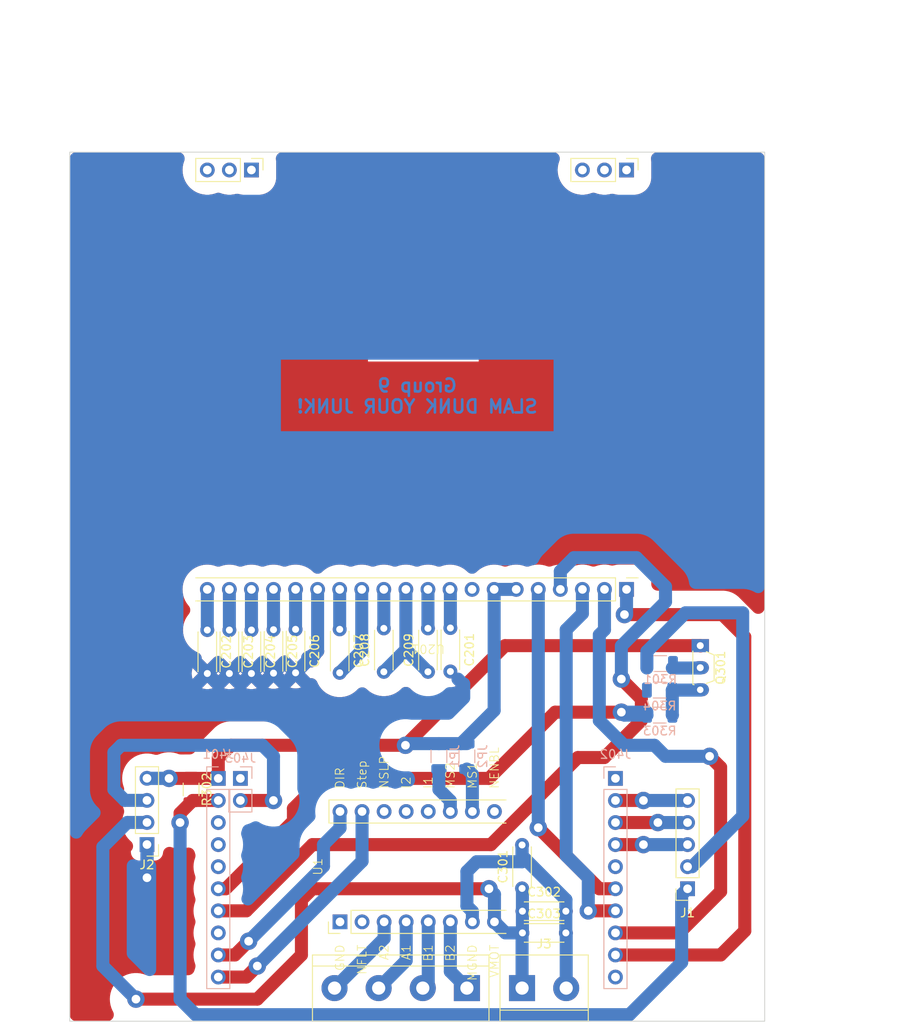
<source format=kicad_pcb>
(kicad_pcb (version 20240108) (generator "pcbnew") (generator_version "8.0")
  (title_block (title "EE318 - MSP430 PCB") (date "2024-04-30") (rev "V1") (company "Group 9"))
  (layers (0 "F.Cu" signal) (31 "B.Cu" signal) (44 "Edge.Cuts" user))
  (net 0 "")
  (net 4 "Net-(U201-V0)")
  (net 5 "Net-(U201-V1)")
  (net 6 "Net-(U201-V2)")
  (net 7 "Net-(U201-V3)")
  (net 8 "Net-(U201-V4)")
  (net 9 "GND")
  (net 10 "Net-(U201-CAP2N)")
  (net 11 "Net-(U201-CAP2P)")
  (net 12 "Net-(U201-CAP1P)")
  (net 13 "Net-(U201-CAP1N)")
  (net 14 "Net-(U201-CAP3P)")
  (net 15 "Net-(U201-VOUT)")
  (net 16 "+3V3")
  (net 17 "/Display/DISPLAY.SDI")
  (net 18 "/Display/DISPLAY.SCL")
  (net 19 "/Display/DISPLAY.A0")
  (net 20 "/Display/DISPLAY.NRST")
  (net 21 "/Display/DISPLAY.NCS")
  (net 22 "Net-(J304-Pin_4)")
  (net 23 "Net-(J304-Pin_3)")
  (net 24 "Net-(J304-Pin_2)")
  (net 25 "Net-(J304-Pin_1)")
  (net 26 "+12V")
  (net 27 "/MCU/Driver.STEP")
  (net 28 "/MCU/Driver.DIR")
  (net 29 "/Sensors + Motor/Inductive_12V")
  (net 30 "/MCU/Ultrasonic.Echo")
  (net 31 "/MCU/Ultrasonic.Trigg")
  (net 32 "/MCU/LDR_Analog")
  (net 35 "/MCU/Ind_Analog")
  (net 36 "/MCU/NRST")
  (net 37 "Net-(Q301-B)")
  (net 38 "Net-(Q301-E)")
  (net 39 "+5V")
  (net 40 "/MCU/P1.6{slash}I_O!")
  (net 41 "/MCU/P1.5{slash}I_O!")
  (net 42 "Net-(JP1-A)")
  (net 43 "Net-(JP2-A)")
  (net 46 "Net-(U1-I2)")
  (net 47 "/MCU/P2.7{slash}I_O!")
  (net 48 "/MCU/P2.5{slash}I_O!")
  (net 49 "/Sensors + Motor/MGND")
  (footprint "Connector_PinHeader_2.54mm:PinHeader_1x04_P2.54mm_Vertical" (layer "F.Cu") (at 111.225 116.81 180)
    (property "Reference" "J2" (at 0 -2.33 180) (layer "F.SilkS"))
    (property "Value" "DIST_Power")
    (pad "1" thru_hole rect (at 0 0 180) (size 1.7 1.7) (drill 1) (layers "*.Cu" "*.Mask") (net 9 "GND"))
    (pad "2" thru_hole oval (at 0 2.54 180) (size 1.7 1.7) (drill 1) (layers "*.Cu" "*.Mask") (net 26 "+12V"))
    (pad "3" thru_hole oval (at 0 5.08 180) (size 1.7 1.7) (drill 1) (layers "*.Cu" "*.Mask") (net 39 "+5V"))
    (pad "4" thru_hole oval (at 0 7.62 180) (size 1.7 1.7) (drill 1) (layers "*.Cu" "*.Mask") (net 16 "+3V3"))
  )
  (footprint "Capacitor_THT:C_Disc_D4.3mm_W1.9mm_P5.00mm" (layer "F.Cu") (at 154.445 124.48)
    (property "Reference" "C302" (at 2.5 -2.2 0) (layer "F.SilkS"))
    (property "Value" "100uF")
    (pad "1" thru_hole circle (at 0 0) (size 1.6 1.6) (drill 0.8) (layers "*.Cu" "*.Mask") (net 26 "+12V"))
    (pad "2" thru_hole circle (at 5 0) (size 1.6 1.6) (drill 0.8) (layers "*.Cu" "*.Mask") (net 49 "/Sensors + Motor/MGND"))
  )
  (footprint "Capacitor_THT:C_Disc_D4.3mm_W1.9mm_P5.00mm" (layer "F.Cu") (at 125.79 92.09 -90)
    (property "Reference" "C205" (at 2.5 -2.2 90) (layer "F.SilkS"))
    (property "Value" "1uF")
    (pad "1" thru_hole circle (at 0 0 270) (size 1.6 1.6) (drill 0.8) (layers "*.Cu" "*.Mask") (net 7 "Net-(U201-V3)"))
    (pad "2" thru_hole circle (at 5 0 270) (size 1.6 1.6) (drill 0.8) (layers "*.Cu" "*.Mask") (net 9 "GND"))
  )
  (footprint "Capacitor_THT:C_Disc_D4.3mm_W1.9mm_P5.00mm" (layer "F.Cu") (at 138.49 96.9375 90)
    (property "Reference" "C208" (at 2.5 -2.2 -90) (layer "F.SilkS"))
    (property "Value" "1uF")
    (pad "1" thru_hole circle (at 0 0 90) (size 1.6 1.6) (drill 0.8) (layers "*.Cu" "*.Mask") (net 13 "Net-(U201-CAP1N)"))
    (pad "2" thru_hole circle (at 5 0 90) (size 1.6 1.6) (drill 0.8) (layers "*.Cu" "*.Mask") (net 12 "Net-(U201-CAP1P)"))
  )
  (footprint "Capacitor_THT:C_Disc_D4.3mm_W1.9mm_P5.00mm" (layer "F.Cu") (at 120.71 92.13 -90)
    (property "Reference" "C203" (at 2.5 -2.2 90) (layer "F.SilkS"))
    (property "Value" "1uF")
    (pad "1" thru_hole circle (at 0 0 270) (size 1.6 1.6) (drill 0.8) (layers "*.Cu" "*.Mask") (net 5 "Net-(U201-V1)"))
    (pad "2" thru_hole circle (at 5 0 270) (size 1.6 1.6) (drill 0.8) (layers "*.Cu" "*.Mask") (net 9 "GND"))
  )
  (footprint "Connector_PinSocket_2.54mm:PinSocket_1x05_P2.54mm_Vertical" (layer "F.Cu") (at 173.455 121.9 180)
    (property "Reference" "J1" (at 0 -2.77 180) (layer "F.SilkS"))
    (property "Value" "DIST_MCU")
    (pad "1" thru_hole rect (at 0 0 180) (size 1.7 1.7) (drill 1) (layers "*.Cu" "*.Mask") (net 32 "/MCU/LDR_Analog"))
    (pad "2" thru_hole oval (at 0 2.54 180) (size 1.7 1.7) (drill 1) (layers "*.Cu" "*.Mask") (net 29 "/Sensors + Motor/Inductive_12V"))
    (pad "3" thru_hole oval (at 0 5.08 180) (size 1.7 1.7) (drill 1) (layers "*.Cu" "*.Mask") (net 30 "/MCU/Ultrasonic.Echo"))
    (pad "4" thru_hole oval (at 0 7.62 180) (size 1.7 1.7) (drill 1) (layers "*.Cu" "*.Mask") (net 40 "/MCU/P1.6{slash}I_O!"))
    (pad "5" thru_hole oval (at 0 10.16 180) (size 1.7 1.7) (drill 1) (layers "*.Cu" "*.Mask") (net 31 "/MCU/Ultrasonic.Trigg"))
  )
  (footprint "318_Footprint_Library:EA_DOGL128-6" (layer "F.Cu") (at 142.3 93.8025 180)
    (property "Reference" "U201" (at -1.27 -0.5 180) (layer "F.SilkS") (effects (font (thickness 0.1))))
    (property "Value" "~")
    (pad "1" thru_hole rect (at -24.13 54.61 270) (size 1.7 1.7) (drill 1) (layers "*.Cu" "*.Mask"))
    (pad "2" thru_hole oval (at -21.59 54.61 270) (size 1.7 1.7) (drill 1) (layers "*.Cu" "*.Mask"))
    (pad "3" thru_hole oval (at -19.05 54.61 270) (size 1.7 1.7) (drill 1) (layers "*.Cu" "*.Mask"))
    (pad "18" thru_hole rect (at 19.05 54.61 270) (size 1.7 1.7) (drill 1) (layers "*.Cu" "*.Mask"))
    (pad "19" thru_hole oval (at 21.59 54.61 270) (size 1.7 1.7) (drill 1) (layers "*.Cu" "*.Mask"))
    (pad "20" thru_hole oval (at 24.13 54.61 270) (size 1.7 1.7) (drill 1) (layers "*.Cu" "*.Mask"))
    (pad "21" thru_hole oval (at 24.13 6.35 270) (size 1.7 1.7) (drill 1) (layers "*.Cu" "*.Mask") (net 4 "Net-(U201-V0)"))
    (pad "22" thru_hole oval (at 21.59 6.35 270) (size 1.7 1.7) (drill 1) (layers "*.Cu" "*.Mask") (net 5 "Net-(U201-V1)"))
    (pad "23" thru_hole oval (at 19.05 6.35 270) (size 1.7 1.7) (drill 1) (layers "*.Cu" "*.Mask") (net 6 "Net-(U201-V2)"))
    (pad "24" thru_hole oval (at 16.51 6.35 270) (size 1.7 1.7) (drill 1) (layers "*.Cu" "*.Mask") (net 7 "Net-(U201-V3)"))
    (pad "25" thru_hole oval (at 13.97 6.35 270) (size 1.7 1.7) (drill 1) (layers "*.Cu" "*.Mask") (net 8 "Net-(U201-V4)"))
    (pad "26" thru_hole oval (at 11.43 6.35 270) (size 1.7 1.7) (drill 1) (layers "*.Cu" "*.Mask") (net 9 "GND"))
    (pad "27" thru_hole oval (at 8.89 6.35 270) (size 1.7 1.7) (drill 1) (layers "*.Cu" "*.Mask") (net 10 "Net-(U201-CAP2N)"))
    (pad "28" thru_hole oval (at 6.35 6.35 270) (size 1.7 1.7) (drill 1) (layers "*.Cu" "*.Mask") (net 11 "Net-(U201-CAP2P)"))
    (pad "29" thru_hole oval (at 3.81 6.35 270) (size 1.7 1.7) (drill 1) (layers "*.Cu" "*.Mask") (net 12 "Net-(U201-CAP1P)"))
    (pad "30" thru_hole oval (at 1.27 6.35 270) (size 1.7 1.7) (drill 1) (layers "*.Cu" "*.Mask") (net 13 "Net-(U201-CAP1N)"))
    (pad "31" thru_hole oval (at -1.27 6.35 270) (size 1.7 1.7) (drill 1) (layers "*.Cu" "*.Mask") (net 14 "Net-(U201-CAP3P)"))
    (pad "32" thru_hole oval (at -3.81 6.35 270) (size 1.7 1.7) (drill 1) (layers "*.Cu" "*.Mask") (net 15 "Net-(U201-VOUT)"))
    (pad "33" thru_hole oval (at -6.35 6.35 270) (size 1.7 1.7) (drill 1) (layers "*.Cu" "*.Mask") (net 9 "GND"))
    (pad "34" thru_hole oval (at -8.89 6.35 270) (size 1.7 1.7) (drill 1) (layers "*.Cu" "*.Mask") (net 16 "+3V3"))
    (pad "35" thru_hole oval (at -11.43 6.35 270) (size 1.7 1.7) (drill 1) (layers "*.Cu" "*.Mask") (net 16 "+3V3"))
    (pad "36" thru_hole oval (at -13.97 6.35 270) (size 1.7 1.7) (drill 1) (layers "*.Cu" "*.Mask") (net 17 "/Display/DISPLAY.SDI"))
    (pad "37" thru_hole oval (at -16.51 6.35 270) (size 1.7 1.7) (drill 1) (layers "*.Cu" "*.Mask") (net 18 "/Display/DISPLAY.SCL"))
    (pad "38" thru_hole oval (at -19.05 6.35 270) (size 1.7 1.7) (drill 1) (layers "*.Cu" "*.Mask") (net 19 "/Display/DISPLAY.A0"))
    (pad "39" thru_hole oval (at -21.59 6.35 270) (size 1.7 1.7) (drill 1) (layers "*.Cu" "*.Mask") (net 20 "/Display/DISPLAY.NRST"))
    (pad "40" thru_hole rect (at -24.13 6.35 270) (size 1.7 1.7) (drill 1) (layers "*.Cu" "*.Mask") (net 21 "/Display/DISPLAY.NCS"))
  )
  (footprint "Capacitor_THT:C_Disc_D4.3mm_W1.9mm_P5.00mm" (layer "F.Cu") (at 154.405 121.86 90)
    (property "Reference" "C301" (at 2.5 -2.2 -90) (layer "F.SilkS"))
    (property "Value" "1uF")
    (pad "1" thru_hole circle (at 0 0 90) (size 1.6 1.6) (drill 0.8) (layers "*.Cu" "*.Mask") (net 26 "+12V"))
    (pad "2" thru_hole circle (at 5 0 90) (size 1.6 1.6) (drill 0.8) (layers "*.Cu" "*.Mask") (net 49 "/Sensors + Motor/MGND"))
  )
  (footprint "Capacitor_THT:C_Disc_D4.3mm_W1.9mm_P5.00mm" (layer "F.Cu") (at 143.57 96.9375 90)
    (property "Reference" "C209" (at 2.5 -2.2 -90) (layer "F.SilkS"))
    (property "Value" "1uF")
    (pad "1" thru_hole circle (at 0 0 90) (size 1.6 1.6) (drill 0.8) (layers "*.Cu" "*.Mask") (net 13 "Net-(U201-CAP1N)"))
    (pad "2" thru_hole circle (at 5 0 90) (size 1.6 1.6) (drill 0.8) (layers "*.Cu" "*.Mask") (net 14 "Net-(U201-CAP3P)"))
  )
  (footprint "Capacitor_THT:C_Disc_D4.3mm_W1.9mm_P5.00mm" (layer "F.Cu") (at 118.17 92.13 -90)
    (property "Reference" "C202" (at 2.5 -2.2 90) (layer "F.SilkS"))
    (property "Value" "1uF")
    (pad "1" thru_hole circle (at 0 0 270) (size 1.6 1.6) (drill 0.8) (layers "*.Cu" "*.Mask") (net 4 "Net-(U201-V0)"))
    (pad "2" thru_hole circle (at 5 0 270) (size 1.6 1.6) (drill 0.8) (layers "*.Cu" "*.Mask") (net 9 "GND"))
  )
  (footprint "Capacitor_THT:C_Disc_D4.3mm_W1.9mm_P5.00mm" (layer "F.Cu") (at 133.41 92.05 -90)
    (property "Reference" "C207" (at 2.5 -2.2 90) (layer "F.SilkS"))
    (property "Value" "1uF")
    (pad "1" thru_hole circle (at 0 0 270) (size 1.6 1.6) (drill 0.8) (layers "*.Cu" "*.Mask") (net 10 "Net-(U201-CAP2N)"))
    (pad "2" thru_hole circle (at 5 0 270) (size 1.6 1.6) (drill 0.8) (layers "*.Cu" "*.Mask") (net 11 "Net-(U201-CAP2P)"))
  )
  (footprint "Capacitor_THT:C_Disc_D4.3mm_W1.9mm_P5.00mm" (layer "F.Cu") (at 154.445 126.98)
    (property "Reference" "C303" (at 2.5 -2.2 0) (layer "F.SilkS"))
    (property "Value" "100nF")
    (pad "1" thru_hole circle (at 0 0) (size 1.6 1.6) (drill 0.8) (layers "*.Cu" "*.Mask") (net 26 "+12V"))
    (pad "2" thru_hole circle (at 5 0) (size 1.6 1.6) (drill 0.8) (layers "*.Cu" "*.Mask") (net 49 "/Sensors + Motor/MGND"))
  )
  (footprint "Capacitor_THT:C_Disc_D4.3mm_W1.9mm_P5.00mm" (layer "F.Cu") (at 123.25 92.13 -90)
    (property "Reference" "C204" (at 2.5 -2.2 90) (layer "F.SilkS"))
    (property "Value" "1uF")
    (pad "1" thru_hole circle (at 0 0 270) (size 1.6 1.6) (drill 0.8) (layers "*.Cu" "*.Mask") (net 6 "Net-(U201-V2)"))
    (pad "2" thru_hole circle (at 5 0 270) (size 1.6 1.6) (drill 0.8) (layers "*.Cu" "*.Mask") (net 9 "GND"))
  )
  (footprint "Package_TO_SOT_THT:TO-92S_Wide" (layer "F.Cu") (at 174.915 93.925 -90)
    (property "Reference" "Q301" (at 2.54 -2.35 90) (layer "F.SilkS"))
    (property "Value" "NPN")
    (pad "1" thru_hole rect (at 0 0 270) (size 1.5 2) (drill 0.8) (layers "*.Cu" "*.Mask") (net 16 "+3V3"))
    (pad "2" thru_hole oval (at 2.54 0 270) (size 1.5 2) (drill 0.8) (layers "*.Cu" "*.Mask") (net 37 "Net-(Q301-B)"))
    (pad "3" thru_hole oval (at 5.08 0 270) (size 1.5 2) (drill 0.75) (layers "*.Cu" "*.Mask") (net 38 "Net-(Q301-E)"))
  )
  (footprint "318_Footprint_Library:MP6500" (layer "F.Cu") (at 132.175 126.98 90)
    (property "Reference" "U1" (at 7.62 -1.27 90) (layer "F.SilkS") (effects (font (thickness 0.1))))
    (property "Value" "~")
    (fp_text user "MS2" (at 16.51 13.97 90) (layer "F.SilkS") (effects (font (thickness 0.1)) (justify left)))
    (fp_text user "B2" (at -1.27 13.97 90) (layer "F.SilkS") (effects (font (thickness 0.1)) (justify right)))
    (fp_text user "VMOT" (at -1.27 19.05 90) (layer "F.SilkS") (effects (font (thickness 0.1)) (justify right)))
    (fp_text user "A1" (at -1.27 8.89 90) (layer "F.SilkS") (effects (font (thickness 0.1)) (justify right)))
    (fp_text user "NSLP" (at 16.51 6.35 90) (layer "F.SilkS") (effects (font (thickness 0.1)) (justify left)))
    (fp_text user "B1" (at -1.27 11.43 90) (layer "F.SilkS") (effects (font (thickness 0.1)) (justify right)))
    (fp_text user "I2" (at 16.51 8.89 90) (layer "F.SilkS") (effects (font (thickness 0.1)) (justify left)))
    (fp_text user "I1" (at 16.51 11.43 90) (layer "F.SilkS") (effects (font (thickness 0.1)) (justify left)))
    (fp_text user "MS1" (at 16.51 16.51 90) (layer "F.SilkS") (effects (font (thickness 0.1)) (justify left)))
    (fp_text user "NENBL" (at 16.51 19.05 90) (layer "F.SilkS") (effects (font (thickness 0.1)) (justify left)))
    (fp_text user "DIR" (at 16.51 1.27 90) (layer "F.SilkS") (effects (font (thickness 0.1)) (justify left)))
    (fp_text user "Step" (at 16.51 3.81 90) (layer "F.SilkS") (effects (font (thickness 0.1)) (justify left)))
    (fp_text user "GND" (at -1.27 1.27 90) (layer "F.SilkS") (effects (font (thickness 0.1)) (justify right)))
    (fp_text user "A2" (at -1.27 6.35 90) (layer "F.SilkS") (effects (font (thickness 0.1)) (justify right)))
    (fp_text user "MGND" (at -1.27 16.51 90) (layer "F.SilkS") (effects (font (thickness 0.1)) (justify right)))
    (fp_text user "NFLT" (at -1.27 3.81 90) (layer "F.SilkS") (effects (font (thickness 0.1)) (justify right)))
    (pad "1" thru_hole rect (at 1.27 1.27 90) (size 1.7 1.7) (drill 1) (layers "*.Cu" "*.Mask") (net 9 "GND"))
    (pad "2" thru_hole oval (at 1.27 3.81 90) (size 1.7 1.7) (drill 1) (layers "*.Cu" "*.Mask") (net 16 "+3V3"))
    (pad "3" thru_hole oval (at 1.27 6.35 90) (size 1.7 1.7) (drill 1) (layers "*.Cu" "*.Mask") (net 22 "Net-(J304-Pin_4)"))
    (pad "4" thru_hole oval (at 1.27 8.89 90) (size 1.7 1.7) (drill 1) (layers "*.Cu" "*.Mask") (net 23 "Net-(J304-Pin_3)"))
    (pad "5" thru_hole oval (at 1.27 11.43 90) (size 1.7 1.7) (drill 1) (layers "*.Cu" "*.Mask") (net 24 "Net-(J304-Pin_2)"))
    (pad "6" thru_hole oval (at 1.27 13.97 90) (size 1.7 1.7) (drill 1) (layers "*.Cu" "*.Mask") (net 25 "Net-(J304-Pin_1)"))
    (pad "7" thru_hole oval (at 1.27 16.51 90) (size 1.7 1.7) (drill 1) (layers "*.Cu" "*.Mask") (net 49 "/Sensors + Motor/MGND"))
    (pad "8" thru_hole oval (at 1.27 19.05 90) (size 1.7 1.7) (drill 1) (layers "*.Cu" "*.Mask") (net 26 "+12V"))
    (pad "9" thru_hole oval (at 13.97 19.05 90) (size 1.7 1.7) (drill 1) (layers "*.Cu" "*.Mask"))
    (pad "10" thru_hole oval (at 13.97 16.51 90) (size 1.7 1.7) (drill 1) (layers "*.Cu" "*.Mask") (net 43 "Net-(JP2-A)"))
    (pad "11" thru_hole oval (at 13.97 13.97 90) (size 1.7 1.7) (drill 1) (layers "*.Cu" "*.Mask") (net 42 "Net-(JP1-A)"))
    (pad "12" thru_hole oval (at 13.97 11.43 90) (size 1.7 1.7) (drill 1) (layers "*.Cu" "*.Mask"))
    (pad "13" thru_hole oval (at 13.97 8.89 90) (size 1.7 1.7) (drill 1) (layers "*.Cu" "*.Mask") (net 46 "Net-(U1-I2)"))
    (pad "14" thru_hole oval (at 13.97 6.35 90) (size 1.7 1.7) (drill 1) (layers "*.Cu" "*.Mask") (net 46 "Net-(U1-I2)"))
    (pad "15" thru_hole oval (at 13.97 3.81 90) (size 1.7 1.7) (drill 1) (layers "*.Cu" "*.Mask") (net 27 "/MCU/Driver.STEP"))
    (pad "16" thru_hole oval (at 13.97 1.27 90) (size 1.7 1.7) (drill 1) (layers "*.Cu" "*.Mask") (net 28 "/MCU/Driver.DIR"))
  )
  (footprint "Capacitor_THT:C_Disc_D4.3mm_W1.9mm_P5.00mm" (layer "F.Cu") (at 128.33 92.05 -90)
    (property "Reference" "C206" (at 2.5 -2.2 90) (layer "F.SilkS"))
    (property "Value" "1uF")
    (pad "1" thru_hole circle (at 0 0 270) (size 1.6 1.6) (drill 0.8) (layers "*.Cu" "*.Mask") (net 8 "Net-(U201-V4)"))
    (pad "2" thru_hole circle (at 5 0 270) (size 1.6 1.6) (drill 0.8) (layers "*.Cu" "*.Mask") (net 9 "GND"))
  )
  (footprint "TerminalBlock:TerminalBlock_bornier-2_P5.08mm" (layer "F.Cu") (at 154.405 133.33)
    (property "Reference" "J3" (at 2.54 -5.08 0) (layer "F.SilkS"))
    (property "Value" "12V")
    (pad "1" thru_hole rect (at 0 0) (size 3 3) (drill 1.52) (layers "*.Cu" "*.Mask") (net 26 "+12V"))
    (pad "2" thru_hole circle (at 5.08 0) (size 3 3) (drill 1.52) (layers "*.Cu" "*.Mask") (net 49 "/Sensors + Motor/MGND"))
  )
  (footprint "Resistor_SMD:R_1206_3216Metric" (layer "F.Cu") (at 116.305 110.47 -90)
    (property "Reference" "R302" (at 0 -1.82 90) (layer "F.SilkS"))
    (property "Value" "R")
    (pad "1" smd roundrect (at -1.4625 0 270) (size 1.125 1.75) (layers "F.Cu" "F.Paste" "F.Mask") (roundrect_rratio 0.222222) (net 16 "+3V3"))
    (pad "2" smd roundrect (at 1.4625 0 270) (size 1.125 1.75) (layers "F.Cu" "F.Paste" "F.Mask") (roundrect_rratio 0.222222) (net 32 "/MCU/LDR_Analog"))
  )
  (footprint "TerminalBlock:TerminalBlock_bornier-4_P5.08mm" (layer "F.Cu") (at 148.055 133.33 180)
    (property "Reference" "J304" (at 7.6 -4.8 180) (layer "F.SilkS"))
    (property "Value" "STEPPER")
    (pad "1" thru_hole rect (at 0 0 180) (size 3 3) (drill 1.52) (layers "*.Cu" "*.Mask") (net 25 "Net-(J304-Pin_1)"))
    (pad "2" thru_hole circle (at 5.08 0 180) (size 3 3) (drill 1.52) (layers "*.Cu" "*.Mask") (net 24 "Net-(J304-Pin_2)"))
    (pad "3" thru_hole circle (at 10.16 0 180) (size 3 3) (drill 1.52) (layers "*.Cu" "*.Mask") (net 23 "Net-(J304-Pin_3)"))
    (pad "4" thru_hole circle (at 15.24 0 180) (size 3 3) (drill 1.52) (layers "*.Cu" "*.Mask") (net 22 "Net-(J304-Pin_4)"))
  )
  (footprint "Capacitor_THT:C_Disc_D4.3mm_W1.9mm_P5.00mm" (layer "F.Cu") (at 146.15 91.8975 -90)
    (property "Reference" "C201" (at 2.5 -2.2 90) (layer "F.SilkS"))
    (property "Value" "1uF")
    (pad "1" thru_hole circle (at 0 0 270) (size 1.6 1.6) (drill 0.8) (layers "*.Cu" "*.Mask") (net 15 "Net-(U201-VOUT)"))
    (pad "2" thru_hole circle (at 5 0 270) (size 1.6 1.6) (drill 0.8) (layers "*.Cu" "*.Mask") (net 9 "GND"))
  )
  (footprint "Resistor_SMD:R_1206_3216Metric" (layer "B.Cu") (at 170.252099 101.918514)
    (property "Reference" "R303" (at 0 1.82 0) (layer "B.SilkS") (effects (justify mirror)))
    (property "Value" "10k")
    (pad "1" smd roundrect (at -1.4625 0) (size 1.125 1.75) (layers "B.Cu" "B.Paste" "B.Mask") (roundrect_rratio 0.222222) (net 35 "/MCU/Ind_Analog"))
    (pad "2" smd roundrect (at 1.4625 0) (size 1.125 1.75) (layers "B.Cu" "B.Paste" "B.Mask") (roundrect_rratio 0.222222) (net 38 "Net-(Q301-E)"))
  )
  (footprint "Connector_PinSocket_2.54mm:PinSocket_1x10_P2.54mm_Vertical" (layer "B.Cu") (at 165.155 109.2 180)
    (property "Reference" "J402" (at 0 2.77 0) (layer "B.SilkS") (effects (justify mirror)))
    (property "Value" "Conn_01x10")
    (pad "1" thru_hole rect (at 0 0 180) (size 1.7 1.7) (drill 1) (layers "*.Cu" "*.Mask") (net 9 "GND"))
    (pad "2" thru_hole oval (at 0 -2.54 180) (size 1.7 1.7) (drill 1) (layers "*.Cu" "*.Mask") (net 31 "/MCU/Ultrasonic.Trigg"))
    (pad "3" thru_hole oval (at 0 -5.08 180) (size 1.7 1.7) (drill 1) (layers "*.Cu" "*.Mask") (net 40 "/MCU/P1.6{slash}I_O!"))
    (pad "4" thru_hole oval (at 0 -7.62 180) (size 1.7 1.7) (drill 1) (layers "*.Cu" "*.Mask") (net 30 "/MCU/Ultrasonic.Echo"))
    (pad "5" thru_hole oval (at 0 -10.16 180) (size 1.7 1.7) (drill 1) (layers "*.Cu" "*.Mask") (net 36 "/MCU/NRST"))
    (pad "6" thru_hole oval (at 0 -12.7 180) (size 1.7 1.7) (drill 1) (layers "*.Cu" "*.Mask") (net 17 "/Display/DISPLAY.SDI"))
    (pad "7" thru_hole oval (at 0 -15.24 180) (size 1.7 1.7) (drill 1) (layers "*.Cu" "*.Mask") (net 19 "/Display/DISPLAY.A0"))
    (pad "8" thru_hole oval (at 0 -17.78 180) (size 1.7 1.7) (drill 1) (layers "*.Cu" "*.Mask") (net 20 "/Display/DISPLAY.NRST"))
    (pad "9" thru_hole oval (at 0 -20.32 180) (size 1.7 1.7) (drill 1) (layers "*.Cu" "*.Mask") (net 21 "/Display/DISPLAY.NCS"))
    (pad "10" thru_hole oval (at 0 -22.86 180) (size 1.7 1.7) (drill 1) (layers "*.Cu" "*.Mask") (net 41 "/MCU/P1.5{slash}I_O!"))
  )
  (footprint "Resistor_SMD:R_1206_3216Metric" (layer "B.Cu") (at 144.835 106.66 90)
    (property "Reference" "JP1" (at 0 1.82 -90) (layer "B.SilkS") (effects (justify mirror)))
    (property "Value" "Jumper_2_Open")
    (pad "1" smd roundrect (at -1.4625 0 90) (size 1.125 1.75) (layers "B.Cu" "B.Paste" "B.Mask") (roundrect_rratio 0.222222) (net 42 "Net-(JP1-A)"))
    (pad "2" smd roundrect (at 1.4625 0 90) (size 1.125 1.75) (layers "B.Cu" "B.Paste" "B.Mask") (roundrect_rratio 0.222222) (net 16 "+3V3"))
  )
  (footprint "Connector_PinSocket_2.54mm:PinSocket_1x10_P2.54mm_Vertical" (layer "B.Cu") (at 119.435 109.2 180)
    (property "Reference" "J401" (at 0 2.77 0) (layer "B.SilkS") (effects (justify mirror)))
    (property "Value" "Conn_01x10")
    (pad "1" thru_hole rect (at 0 0 180) (size 1.7 1.7) (drill 1) (layers "*.Cu" "*.Mask") (net 16 "+3V3"))
    (pad "2" thru_hole oval (at 0 -2.54 180) (size 1.7 1.7) (drill 1) (layers "*.Cu" "*.Mask") (net 32 "/MCU/LDR_Analog"))
    (pad "3" thru_hole oval (at 0 -5.08 180) (size 1.7 1.7) (drill 1) (layers "*.Cu" "*.Mask"))
    (pad "4" thru_hole oval (at 0 -7.62 180) (size 1.7 1.7) (drill 1) (layers "*.Cu" "*.Mask"))
    (pad "5" thru_hole oval (at 0 -10.16 180) (size 1.7 1.7) (drill 1) (layers "*.Cu" "*.Mask") (net 47 "/MCU/P2.7{slash}I_O!"))
    (pad "6" thru_hole oval (at 0 -12.7 180) (size 1.7 1.7) (drill 1) (layers "*.Cu" "*.Mask") (net 35 "/MCU/Ind_Analog"))
    (pad "7" thru_hole oval (at 0 -15.24 180) (size 1.7 1.7) (drill 1) (layers "*.Cu" "*.Mask") (net 18 "/Display/DISPLAY.SCL"))
    (pad "8" thru_hole oval (at 0 -17.78 180) (size 1.7 1.7) (drill 1) (layers "*.Cu" "*.Mask") (net 48 "/MCU/P2.5{slash}I_O!"))
    (pad "9" thru_hole oval (at 0 -20.32 180) (size 1.7 1.7) (drill 1) (layers "*.Cu" "*.Mask") (net 28 "/MCU/Driver.DIR"))
    (pad "10" thru_hole oval (at 0 -22.86 180) (size 1.7 1.7) (drill 1) (layers "*.Cu" "*.Mask") (net 27 "/MCU/Driver.STEP"))
  )
  (footprint "Resistor_SMD:R_1206_3216Metric" (layer "B.Cu") (at 148.055 106.66 90)
    (property "Reference" "JP2" (at 0 1.82 -90) (layer "B.SilkS") (effects (justify mirror)))
    (property "Value" "Jumper_2_Open")
    (pad "1" smd roundrect (at -1.4625 0 90) (size 1.125 1.75) (layers "B.Cu" "B.Paste" "B.Mask") (roundrect_rratio 0.222222) (net 43 "Net-(JP2-A)"))
    (pad "2" smd roundrect (at 1.4625 0 90) (size 1.125 1.75) (layers "B.Cu" "B.Paste" "B.Mask") (roundrect_rratio 0.222222) (net 16 "+3V3"))
  )
  (footprint "Resistor_SMD:R_1206_3216Metric" (layer "B.Cu") (at 170.235 99.04)
    (property "Reference" "R304" (at 0 1.82 0) (layer "B.SilkS") (effects (justify mirror)))
    (property "Value" "10k")
    (pad "1" smd roundrect (at -1.4625 0) (size 1.125 1.75) (layers "B.Cu" "B.Paste" "B.Mask") (roundrect_rratio 0.222222) (net 9 "GND"))
    (pad "2" smd roundrect (at 1.4625 0) (size 1.125 1.75) (layers "B.Cu" "B.Paste" "B.Mask") (roundrect_rratio 0.222222) (net 38 "Net-(Q301-E)"))
  )
  (footprint "Resistor_SMD:R_1206_3216Metric" (layer "B.Cu") (at 170.312809 95.989174)
    (property "Reference" "R301" (at 0 1.82 0) (layer "B.SilkS") (effects (justify mirror)))
    (property "Value" "100k")
    (pad "1" smd roundrect (at -1.4625 0) (size 1.125 1.75) (layers "B.Cu" "B.Paste" "B.Mask") (roundrect_rratio 0.222222) (net 29 "/Sensors + Motor/Inductive_12V"))
    (pad "2" smd roundrect (at 1.4625 0) (size 1.125 1.75) (layers "B.Cu" "B.Paste" "B.Mask") (roundrect_rratio 0.222222) (net 37 "Net-(Q301-B)"))
  )
  (footprint "Connector_PinHeader_2.54mm:PinHeader_1x02_P2.54mm_Vertical" (layer "B.Cu") (at 121.975 109.2 180)
    (property "Reference" "J403" (at 0 2.33 0) (layer "B.SilkS") (effects (justify mirror)))
    (property "Value" "Conn_01x02")
    (pad "1" thru_hole rect (at 0 0 180) (size 1.7 1.7) (drill 1) (layers "*.Cu" "*.Mask") (net 9 "GND"))
    (pad "2" thru_hole oval (at 0 -2.54 180) (size 1.7 1.7) (drill 1) (layers "*.Cu" "*.Mask") (net 39 "+5V"))
  )
  (gr_rect (start 102.335 37.14) (end 182.335 137.14) (stroke (width 0.1)) (fill none) (layer "Edge.Cuts"))
  (gr_text "DISPLAY\n" (at 142.93 58.4 0) (layer "F.Cu") (effects (font (size 1.5 1.5) (thickness 0.3) (bold yes))))
  (gr_text "Group 9\nSLAM DUNK YOUR JUNK!" (at 142.335 67.29 0) (layer "B.Cu") (effects (font (size 1.5 1.5) (thickness 0.3) (bold yes)) (justify bottom mirror)))
  (segment (start 118.17 92.13) (end 118.17 87.4525) (width 1.5) (layer "B.Cu") (net 4))
  (segment (start 120.71 92.13) (end 120.71 87.4525) (width 1.5) (layer "B.Cu") (net 5))
  (segment (start 123.25 92.13) (end 123.25 87.4525) (width 1.5) (layer "B.Cu") (net 6))
  (segment (start 125.79 92.09) (end 125.79 87.4525) (width 1.5) (layer "B.Cu") (net 7))
  (segment (start 128.33 92.05) (end 128.33 87.4525) (width 1.5) (layer "B.Cu") (net 8))
  (via (at 111.225 120.63) (size 2) (drill 1) (layers "F.Cu" "B.Cu") (net 9))
  (segment (start 111.225 116.81) (end 111.225 120.63) (width 1.5) (layer "B.Cu") (net 9))
  (segment (start 128.33 97.05) (end 130.87 94.51) (width 1.5) (layer "B.Cu") (net 9))
  (segment (start 130.87 94.51) (end 130.87 87.4525) (width 1.5) (layer "B.Cu") (net 9))
  (segment (start 133.41 92.05) (end 133.41 87.4525) (width 1.5) (layer "B.Cu") (net 10))
  (segment (start 135.95 94.51) (end 135.95 87.4525) (width 1.5) (layer "B.Cu") (net 11))
  (segment (start 133.41 97.05) (end 135.95 94.51) (width 1.5) (layer "B.Cu") (net 11))
  (segment (start 138.49 91.9375) (end 138.49 87.4525) (width 1.5) (layer "B.Cu") (net 12))
  (segment (start 138.49 96.9375) (end 141.03 94.3975) (width 1.5) (layer "B.Cu") (net 13))
  (segment (start 143.57 96.9375) (end 141.03 94.3975) (width 1.5) (layer "B.Cu") (net 13))
  (segment (start 141.03 94.3975) (end 141.03 87.4525) (width 1.5) (layer "B.Cu") (net 13))
  (segment (start 143.57 91.9375) (end 143.57 87.4525) (width 1.5) (layer "B.Cu") (net 14))
  (segment (start 146.15 87.4925) (end 146.11 87.4525) (width 1.5) (layer "B.Cu") (net 15))
  (segment (start 146.15 91.8975) (end 146.15 87.4925) (width 1.5) (layer "B.Cu") (net 15))
  (segment (start 140.980902 105.39) (end 152.445902 93.925) (width 1.5) (layer "F.Cu") (net 16))
  (segment (start 152.445902 93.925) (end 174.915 93.925) (width 1.5) (layer "F.Cu") (net 16))
  (segment (start 119.435 109.2) (end 113.765 109.2) (width 1.5) (layer "F.Cu") (net 16))
  (segment (start 120.895 105.39) (end 119.435 106.85) (width 1.5) (layer "F.Cu") (net 16))
  (segment (start 174.95 93.96) (end 174.915 93.925) (width 1.5) (layer "F.Cu") (net 16))
  (segment (start 119.435 106.85) (end 119.435 109.2) (width 1.5) (layer "F.Cu") (net 16))
  (segment (start 140.980902 105.39) (end 120.895 105.39) (width 1.5) (layer "F.Cu") (net 16))
  (via (at 140.980902 105.39) (size 2) (drill 1) (layers "F.Cu" "B.Cu") (net 16))
  (via (at 113.765 109.2) (size 2) (drill 1) (layers "F.Cu" "B.Cu") (net 16))
  (segment (start 113.765 109.2) (end 111.235 109.2) (width 1.5) (layer "B.Cu") (net 16))
  (segment (start 111.225 109.19) (end 113.085 109.19) (width 1.5) (layer "B.Cu") (net 16))
  (segment (start 151.19 87.4525) (end 151.19 101.3825) (width 1.5) (layer "B.Cu") (net 16))
  (segment (start 140.980902 105.39) (end 141.173402 105.1975) (width 1.5) (layer "B.Cu") (net 16))
  (segment (start 151.19 101.3825) (end 147.375 105.1975) (width 1.5) (layer "B.Cu") (net 16))
  (segment (start 148.055 105.1975) (end 144.835 105.1975) (width 1.5) (layer "B.Cu") (net 16))
  (segment (start 111.235 109.2) (end 111.225 109.19) (width 1.5) (layer "B.Cu") (net 16))
  (segment (start 141.173402 105.1975) (end 144.835 105.1975) (width 1.5) (layer "B.Cu") (net 16))
  (segment (start 153.73 87.4525) (end 151.19 87.4525) (width 1.5) (layer "B.Cu") (net 16))
  (segment (start 163.295 121.9) (end 165.155 121.9) (width 1.5) (layer "F.Cu") (net 17))
  (segment (start 156.27 114.875) (end 163.295 121.9) (width 1.5) (layer "F.Cu") (net 17))
  (via (at 156.27 114.875) (size 2) (drill 1) (layers "F.Cu" "B.Cu") (net 17))
  (segment (start 156.27 87.4525) (end 156.27 114.875) (width 1.5) (layer "B.Cu") (net 17))
  (segment (start 165.835 97.77) (end 168.135 100.07) (width 1.5) (layer "F.Cu") (net 18))
  (segment (start 168.135 102.532691) (end 163.867691 106.8) (width 1.5) (layer "F.Cu") (net 18))
  (segment (start 160.829113 106.8) (end 150.809113 116.82) (width 1.5) (layer "F.Cu") (net 18))
  (segment (start 122.655 124.44) (end 119.435 124.44) (width 1.5) (layer "F.Cu") (net 18))
  (segment (start 150.809113 116.82) (end 130.275 116.82) (width 1.5) (layer "F.Cu") (net 18))
  (segment (start 168.135 100.07) (end 168.135 102.532691) (width 1.5) (layer "F.Cu") (net 18))
  (segment (start 163.867691 106.8) (end 160.829113 106.8) (width 1.5) (layer "F.Cu") (net 18))
  (segment (start 130.275 116.82) (end 122.655 124.44) (width 1.5) (layer "F.Cu") (net 18))
  (via (at 165.835 97.77) (size 2) (drill 1) (layers "F.Cu" "B.Cu") (net 18))
  (segment (start 165.835 97.77) (end 165.835 93.96) (width 1.5) (layer "B.Cu") (net 18))
  (segment (start 165.835 93.96) (end 170.915 88.88) (width 1.5) (layer "B.Cu") (net 18))
  (segment (start 160.372709 83.8) (end 158.81 85.362709) (width 1.5) (layer "B.Cu") (net 18))
  (segment (start 167.5775 83.8) (end 160.372709 83.8) (width 1.5) (layer "B.Cu") (net 18))
  (segment (start 170.915 87.1375) (end 167.5775 83.8) (width 1.5) (layer "B.Cu") (net 18))
  (segment (start 170.915 88.88) (end 170.915 87.1375) (width 1.5) (layer "B.Cu") (net 18))
  (segment (start 158.81 85.362709) (end 158.81 87.4525) (width 1.5) (layer "B.Cu") (net 18))
  (segment (start 162.025 124.44) (end 165.155 124.44) (width 1.5) (layer "F.Cu") (net 19))
  (via (at 162.025 124.44) (size 2) (drill 1) (layers "F.Cu" "B.Cu") (net 19))
  (segment (start 162.025 120.63) (end 162.025 124.44) (width 1.5) (layer "B.Cu") (net 19))
  (segment (start 161.35 90.23) (end 159.485 92.095) (width 1.5) (layer "B.Cu") (net 19))
  (segment (start 159.485 92.095) (end 159.485 118.09) (width 1.5) (layer "B.Cu") (net 19))
  (segment (start 161.35 87.4525) (end 161.35 90.23) (width 1.5) (layer "B.Cu") (net 19))
  (segment (start 159.485 118.09) (end 162.025 120.63) (width 1.5) (layer "B.Cu") (net 19))
  (segment (start 172.495 126.98) (end 165.155 126.98) (width 1.5) (layer "F.Cu") (net 20))
  (segment (start 177.265 107.93) (end 177.265 122.21) (width 1.5) (layer "F.Cu") (net 20))
  (segment (start 175.995 106.66) (end 177.265 107.93) (width 1.5) (layer "F.Cu") (net 20))
  (segment (start 177.265 122.21) (end 172.495 126.98) (width 1.5) (layer "F.Cu") (net 20))
  (via (at 175.995 106.66) (size 2) (drill 1) (layers "F.Cu" "B.Cu") (net 20))
  (segment (start 169.645 105.39) (end 170.915 106.66) (width 1.5) (layer "B.Cu") (net 20))
  (segment (start 163.89 87.4525) (end 163.89 92.095) (width 1.5) (layer "B.Cu") (net 20))
  (segment (start 163.295 102.54) (end 166.145 105.39) (width 1.5) (layer "B.Cu") (net 20))
  (segment (start 163.295 92.69) (end 163.295 102.54) (width 1.5) (layer "B.Cu") (net 20))
  (segment (start 163.89 92.095) (end 163.295 92.69) (width 1.5) (layer "B.Cu") (net 20))
  (segment (start 170.915 106.66) (end 175.995 106.66) (width 1.5) (layer "B.Cu") (net 20))
  (segment (start 166.145 105.39) (end 169.645 105.39) (width 1.5) (layer "B.Cu") (net 20))
  (segment (start 166.19 90.352308) (end 177.467308 90.352308) (width 1.5) (layer "F.Cu") (net 21))
  (segment (start 180.042553 126.742447) (end 177.265 129.52) (width 1.5) (layer "F.Cu") (net 21))
  (segment (start 177.467308 90.352308) (end 180.042553 92.927553) (width 1.5) (layer "F.Cu") (net 21))
  (segment (start 180.042553 92.927553) (end 180.042553 126.742447) (width 1.5) (layer "F.Cu") (net 21))
  (segment (start 177.265 129.52) (end 165.155 129.52) (width 1.5) (layer "F.Cu") (net 21))
  (via (at 166.19 90.352308) (size 2) (drill 1) (layers "F.Cu" "B.Cu") (net 21))
  (segment (start 166.43 87.4525) (end 166.43 90.112308) (width 1.5) (layer "B.Cu") (net 21))
  (segment (start 166.43 90.112308) (end 166.19 90.352308) (width 1.5) (layer "B.Cu") (net 21))
  (segment (start 138.525 127.62) (end 132.815 133.33) (width 1.5) (layer "B.Cu") (net 22))
  (segment (start 138.525 125.71) (end 138.525 127.62) (width 1.5) (layer "B.Cu") (net 22))
  (segment (start 141.065 130.16) (end 137.895 133.33) (width 1.5) (layer "B.Cu") (net 23))
  (segment (start 141.065 125.71) (end 141.065 130.16) (width 1.5) (layer "B.Cu") (net 23))
  (segment (start 143.605 132.7) (end 142.975 133.33) (width 1.5) (layer "B.Cu") (net 24))
  (segment (start 143.605 125.71) (end 143.605 132.7) (width 1.5) (layer "B.Cu") (net 24))
  (segment (start 146.145 131.42) (end 148.055 133.33) (width 1.5) (layer "B.Cu") (net 25))
  (segment (start 146.145 125.71) (end 146.145 131.42) (width 1.5) (layer "B.Cu") (net 25))
  (segment (start 130.275 121.9) (end 129.005 123.17) (width 1.5) (layer "F.Cu") (net 26))
  (segment (start 129.005 129.52) (end 123.925 134.6) (width 1.5) (layer "F.Cu") (net 26))
  (segment (start 123.925 134.6) (end 109.955 134.6) (width 1.5) (layer "F.Cu") (net 26))
  (segment (start 129.005 123.17) (end 129.005 129.52) (width 1.5) (layer "F.Cu") (net 26))
  (segment (start 150.595 121.9) (end 130.275 121.9) (width 1.5) (layer "F.Cu") (net 26))
  (via (at 109.955 134.6) (size 2) (drill 1) (layers "F.Cu" "B.Cu") (net 26))
  (via (at 150.595 121.9) (size 2) (drill 1) (layers "F.Cu" "B.Cu") (net 26))
  (segment (start 108.965 114.27) (end 106.145 117.09) (width 1.5) (layer "B.Cu") (net 26))
  (segment (start 106.145 130.79) (end 109.955 134.6) (width 1.5) (layer "B.Cu") (net 26))
  (segment (start 154.445 126.98) (end 152.495 126.98) (width 1.5) (layer "B.Cu") (net 26))
  (segment (start 152.495 126.98) (end 151.225 125.71) (width 1.5) (layer "B.Cu") (net 26))
  (segment (start 151.225 122.53) (end 151.225 125.71) (width 1.5) (layer "B.Cu") (net 26))
  (segment (start 154.445 121.98) (end 154.445 124.48) (width 1.5) (layer "B.Cu") (net 26))
  (segment (start 154.445 124.48) (end 154.445 126.98) (width 1.5) (layer "B.Cu") (net 26))
  (segment (start 106.145 117.09) (end 106.145 130.79) (width 1.5) (layer "B.Cu") (net 26))
  (segment (start 111.225 114.27) (end 108.965 114.27) (width 1.5) (layer "B.Cu") (net 26))
  (segment (start 154.405 127.02) (end 154.445 126.98) (width 1.5) (layer "B.Cu") (net 26))
  (segment (start 154.405 133.33) (end 154.405 127.02) (width 1.5) (layer "B.Cu") (net 26))
  (segment (start 150.595 121.9) (end 151.225 122.53) (width 1.5) (layer "B.Cu") (net 26))
  (segment (start 122.655 132.06) (end 119.435 132.06) (width 1.5) (layer "F.Cu") (net 27))
  (segment (start 123.925 130.79) (end 122.655 132.06) (width 1.5) (layer "F.Cu") (net 27))
  (via (at 123.925 130.79) (size 2) (drill 1) (layers "F.Cu" "B.Cu") (net 27))
  (segment (start 123.925 130.79) (end 135.985 118.73) (width 1.5) (layer "B.Cu") (net 27))
  (segment (start 135.985 118.73) (end 135.985 113.01) (width 1.5) (layer "B.Cu") (net 27))
  (segment (start 122.9275 127.9325) (end 121.34 129.52) (width 1.5) (layer "F.Cu") (net 28))
  (segment (start 121.34 129.52) (end 119.435 129.52) (width 1.5) (layer "F.Cu") (net 28))
  (via (at 122.9275 127.9325) (size 2) (drill 1) (layers "F.Cu" "B.Cu") (net 28))
  (segment (start 131.545 119.315) (end 131.545 116.82) (width 1.5) (layer "B.Cu") (net 28))
  (segment (start 131.545 116.82) (end 133.445 114.92) (width 1.5) (layer "B.Cu") (net 28))
  (segment (start 122.9275 127.9325) (end 131.545 119.315) (width 1.5) (layer "B.Cu") (net 28))
  (segment (start 133.445 114.92) (end 133.445 113.01) (width 1.5) (layer "B.Cu") (net 28))
  (segment (start 179.805 90.15) (end 173.21625 90.15) (width 1.5) (layer "B.Cu") (net 29))
  (segment (start 173.21625 90.15) (end 168.7725 94.59375) (width 1.5) (layer "B.Cu") (net 29))
  (segment (start 168.7725 94.59375) (end 168.7725 96.5) (width 1.5) (layer "B.Cu") (net 29))
  (segment (start 173.455 119.36) (end 173.977081 119.36) (width 1.5) (layer "B.Cu") (net 29))
  (segment (start 179.805 113.532081) (end 179.805 90.15) (width 1.5) (layer "B.Cu") (net 29))
  (segment (start 173.977081 119.36) (end 179.805 113.532081) (width 1.5) (layer "B.Cu") (net 29))
  (segment (start 165.155 116.82) (end 168.375 116.82) (width 1.5) (layer "F.Cu") (net 30))
  (via (at 168.375 116.82) (size 2) (drill 1) (layers "F.Cu" "B.Cu") (net 30))
  (segment (start 168.375 116.82) (end 172.775 116.82) (width 1.5) (layer "B.Cu") (net 30))
  (segment (start 165.155 111.74) (end 168.375 111.74) (width 1.5) (layer "F.Cu") (net 31))
  (via (at 168.375 111.74) (size 2) (drill 1) (layers "F.Cu" "B.Cu") (net 31))
  (segment (start 168.375 111.74) (end 172.775 111.74) (width 1.5) (layer "B.Cu") (net 31))
  (segment (start 115.035 113.2025) (end 116.305 111.9325) (width 1.5) (layer "F.Cu") (net 32))
  (segment (start 116.305 111.9325) (end 116.4975 111.74) (width 1.5) (layer "F.Cu") (net 32))
  (segment (start 116.4975 111.74) (end 119.435 111.74) (width 1.5) (layer "F.Cu") (net 32))
  (segment (start 115.035 114.28) (end 115.035 113.2025) (width 1.5) (layer "F.Cu") (net 32))
  (via (at 115.035 114.28) (size 2) (drill 1) (layers "F.Cu" "B.Cu") (net 32))
  (segment (start 166.759113 136.39) (end 116.825 136.39) (width 1.5) (layer "B.Cu") (net 32))
  (segment (start 173.455 121.9) (end 172.775 122.58) (width 1.5) (layer "B.Cu") (net 32))
  (segment (start 172.775 130.374113) (end 166.759113 136.39) (width 1.5) (layer "B.Cu") (net 32))
  (segment (start 116.825 136.39) (end 115.035 134.6) (width 1.5) (layer "B.Cu") (net 32))
  (segment (start 115.035 134.6) (end 115.035 114.28) (width 1.5) (layer "B.Cu") (net 32))
  (segment (start 172.775 122.58) (end 172.775 130.374113) (width 1.5) (layer "B.Cu") (net 32))
  (segment (start 158.215 101.58) (end 150.595 109.2) (width 1.5) (layer "F.Cu") (net 35))
  (segment (start 150.595 109.2) (end 131.545 109.2) (width 1.5) (layer "F.Cu") (net 35))
  (segment (start 128.085 114.104113) (end 120.289113 121.9) (width 1.5) (layer "F.Cu") (net 35))
  (segment (start 165.835 101.58) (end 158.215 101.58) (width 1.5) (layer "F.Cu") (net 35))
  (segment (start 120.289113 121.9) (end 119.435 121.9) (width 1.5) (layer "F.Cu") (net 35))
  (segment (start 128.085 112.66) (end 128.085 114.104113) (width 1.5) (layer "F.Cu") (net 35))
  (segment (start 131.545 109.2) (end 128.085 112.66) (width 1.5) (layer "F.Cu") (net 35))
  (via (at 165.835 101.58) (size 2) (drill 1) (layers "F.Cu" "B.Cu") (net 35))
  (segment (start 166.173514 101.918514) (end 165.835 101.58) (width 1.5) (layer "B.Cu") (net 35))
  (segment (start 168.789599 101.918514) (end 166.173514 101.918514) (width 1.5) (layer "B.Cu") (net 35))
  (segment (start 168.7725 101.58) (end 165.835 101.58) (width 1.5) (layer "B.Cu") (net 35))
  (segment (start 174.88 96.5) (end 174.915 96.465) (width 1.5) (layer "B.Cu") (net 37))
  (segment (start 171.6975 96.5) (end 174.88 96.5) (width 1.5) (layer "B.Cu") (net 37))
  (segment (start 171.6975 99.04) (end 171.6975 101.901415) (width 1.5) (layer "B.Cu") (net 38))
  (segment (start 171.6975 101.901415) (end 171.714599 101.918514) (width 1.5) (layer "B.Cu") (net 38))
  (segment (start 174.88 99.04) (end 174.915 99.005) (width 1.5) (layer "B.Cu") (net 38))
  (segment (start 171.6975 99.04) (end 174.88 99.04) (width 1.5) (layer "B.Cu") (net 38))
  (segment (start 125.785 111.74) (end 121.975 111.74) (width 1.5) (layer "F.Cu") (net 39))
  (via (at 125.785 111.74) (size 2) (drill 1) (layers "F.Cu" "B.Cu") (net 39))
  (segment (start 108.252943 105.39) (end 124.515 105.39) (width 1.5) (layer "B.Cu") (net 39))
  (segment (start 111.225 111.73) (end 108.675 111.73) (width 1.5) (layer "B.Cu") (net 39))
  (segment (start 124.515 105.39) (end 125.785 106.66) (width 1.5) (layer "B.Cu") (net 39))
  (segment (start 107.415 106.227943) (end 108.252943 105.39) (width 1.5) (layer "B.Cu") (net 39))
  (segment (start 125.785 106.66) (end 125.785 111.74) (width 1.5) (layer "B.Cu") (net 39))
  (segment (start 108.675 111.73) (end 107.415 110.47) (width 1.5) (layer "B.Cu") (net 39))
  (segment (start 107.415 110.47) (end 107.415 106.227943) (width 1.5) (layer "B.Cu") (net 39))
  (segment (start 165.155 114.28) (end 170.039795 114.28) (width 1.5) (layer "F.Cu") (net 40))
  (via (at 170.039795 114.28) (size 2) (drill 1) (layers "F.Cu" "B.Cu") (net 40))
  (segment (start 170.039795 114.28) (end 172.775 114.28) (width 1.5) (layer "B.Cu") (net 40))
  (segment (start 144.835 110.47) (end 146.145 111.78) (width 1.5) (layer "B.Cu") (net 42))
  (segment (start 144.835 109.2) (end 144.835 110.47) (width 1.5) (layer "B.Cu") (net 42))
  (segment (start 144.835 108.7725) (end 144.835 109.2) (width 1.5) (layer "B.Cu") (net 42))
  (segment (start 146.145 111.78) (end 146.145 113.01) (width 1.5) (layer "B.Cu") (net 42))
  (segment (start 148.685 113.01) (end 148.685 108.7525) (width 1.5) (layer "B.Cu") (net 43))
  (segment (start 148.685 108.7525) (end 148.055 108.1225) (width 1.5) (layer "B.Cu") (net 43))
  (segment (start 159.445 123.17) (end 159.445 124.48) (width 1.5) (layer "B.Cu") (net 49))
  (segment (start 159.445 123.15) (end 154.405 118.11) (width 1.5) (layer "B.Cu") (net 49))
  (segment (start 149.179616 118.792692) (end 148.055 119.917308) (width 1.5) (layer "B.Cu") (net 49))
  (segment (start 159.445 123.17) (end 159.445 123.15) (width 1.5) (layer "B.Cu") (net 49))
  (segment (start 159.485 133.33) (end 159.485 127.02) (width 1.5) (layer "B.Cu") (net 49))
  (segment (start 159.485 127.02) (end 159.445 126.98) (width 1.5) (layer "B.Cu") (net 49))
  (segment (start 148.685 124.512692) (end 148.685 125.71) (width 1.5) (layer "B.Cu") (net 49))
  (segment (start 154.405 116.86) (end 154.405 118.792692) (width 1.5) (layer "B.Cu") (net 49))
  (segment (start 154.405 118.792692) (end 149.179616 118.792692) (width 1.5) (layer "B.Cu") (net 49))
  (segment (start 148.055 123.882692) (end 148.685 124.512692) (width 1.5) (layer "B.Cu") (net 49))
  (segment (start 154.405 118.11) (end 154.405 116.86) (width 1.5) (layer "B.Cu") (net 49))
  (segment (start 159.445 126.98) (end 159.445 123.17) (width 1.5) (layer "B.Cu") (net 49))
  (segment (start 148.055 119.917308) (end 148.055 123.882692) (width 1.5) (layer "B.Cu") (net 49))
  (zone (net 9) (net_name "GND") (layers "F&B.Cu") (connect_pads (clearance 2)) (min_thickness 1.5) (fill yes (thermal_gap 1) (thermal_bridge_width 1.5))
    (polygon (pts (xy 102.29 36.81) (xy 182.935 36.81) (xy 182.935 137.465) (xy 101.655 137.465)))
  )
)
</source>
